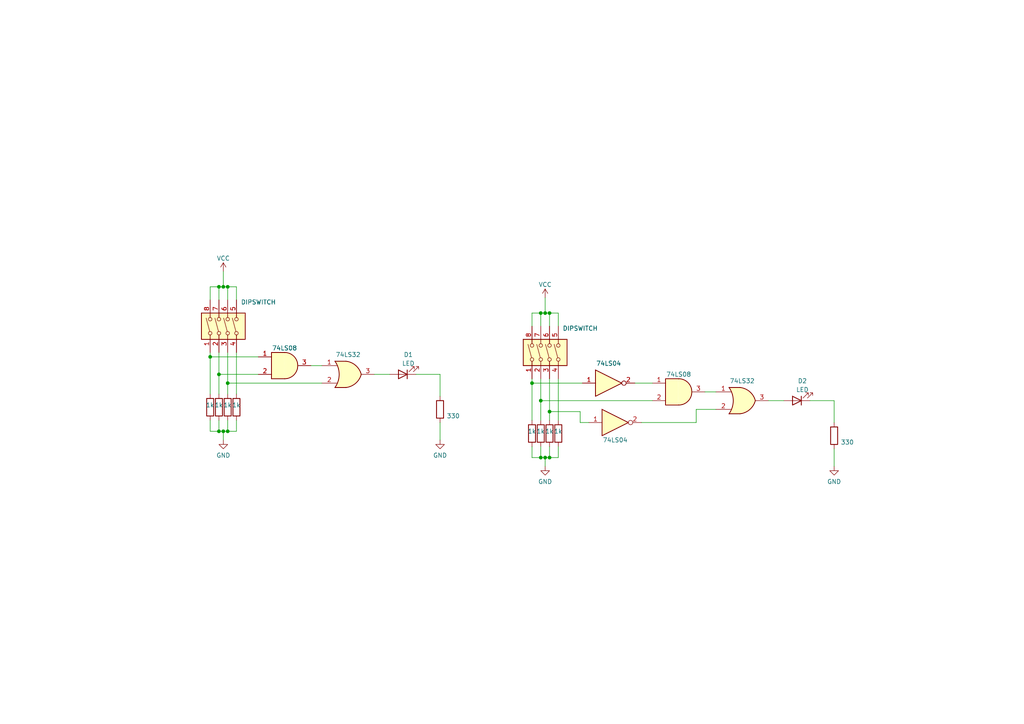
<source format=kicad_sch>
(kicad_sch (version 20230121) (generator eeschema)
  (paper "A4")
  (lib_symbols
    (symbol "74xx:74LS04"
      (property "Reference" "U" (at 0 1.27 0))
      (property "Value" "74LS04" (at 0 -1.27 0))
      (symbol "74LS04_1_0"
        (polyline (pts (xy -3.81 3.81) (xy -3.81 -3.81) (xy 3.81 0) (xy -3.81 3.81)) (stroke (width 0.254)) (fill (type background)))
        (pin input line (at -7.62 0 0) (length 3.81) (name "~") (number "1"))
        (pin output inverted (at 7.62 0 180) (length 3.81) (name "~") (number "2"))
      )
      (symbol "74LS04_2_0"
        (polyline (pts (xy -3.81 3.81) (xy -3.81 -3.81) (xy 3.81 0) (xy -3.81 3.81)) (stroke (width 0.254)) (fill (type background)))
        (pin input line (at -7.62 0 0) (length 3.81) (name "~") (number "3"))
        (pin output inverted (at 7.62 0 180) (length 3.81) (name "~") (number "4"))
      )
      (symbol "74LS04_3_0"
        (polyline (pts (xy -3.81 3.81) (xy -3.81 -3.81) (xy 3.81 0) (xy -3.81 3.81)) (stroke (width 0.254)) (fill (type background)))
        (pin input line (at -7.62 0 0) (length 3.81) (name "~") (number "5"))
        (pin output inverted (at 7.62 0 180) (length 3.81) (name "~") (number "6"))
      )
      (symbol "74LS04_4_0"
        (polyline (pts (xy -3.81 3.81) (xy -3.81 -3.81) (xy 3.81 0) (xy -3.81 3.81)) (stroke (width 0.254)) (fill (type background)))
        (pin output inverted (at 7.62 0 180) (length 3.81) (name "~") (number "8"))
        (pin input line (at -7.62 0 0) (length 3.81) (name "~") (number "9"))
      )
      (symbol "74LS04_5_0"
        (polyline (pts (xy -3.81 3.81) (xy -3.81 -3.81) (xy 3.81 0) (xy -3.81 3.81)) (stroke (width 0.254)) (fill (type background)))
        (pin output inverted (at 7.62 0 180) (length 3.81) (name "~") (number "10"))
        (pin input line (at -7.62 0 0) (length 3.81) (name "~") (number "11"))
      )
      (symbol "74LS04_6_0"
        (polyline (pts (xy -3.81 3.81) (xy -3.81 -3.81) (xy 3.81 0) (xy -3.81 3.81)) (stroke (width 0.254)) (fill (type background)))
        (pin output inverted (at 7.62 0 180) (length 3.81) (name "~") (number "12"))
        (pin input line (at -7.62 0 0) (length 3.81) (name "~") (number "13"))
      )
      (symbol "74LS04_7_0"
        (pin power_in line (at 0 12.7 270) (length 5.08) (name "VCC") (number "14"))
        (pin power_in line (at 0 -12.7 90) (length 5.08) (name "GND") (number "7"))
      )
      (symbol "74LS04_7_1"
        (rectangle (start -5.08 7.62) (end 5.08 -7.62) (stroke (width 0.254)) (fill (type background)))
      )
    )
    (symbol "74xx:74LS08" (pin_names (offset 1.016))
      (property "Reference" "U" (at 0 1.27 0))
      (property "Value" "74LS08" (at 0 -1.27 0))
      (symbol "74LS08_1_1"
        (arc (start 0 -3.81) (mid 3.7934 0) (end 0 3.81) (stroke (width 0.254)) (fill (type background)))
        (polyline (pts (xy 0 3.81) (xy -3.81 3.81) (xy -3.81 -3.81) (xy 0 -3.81)) (stroke (width 0.254)) (fill (type background)))
        (pin input line (at -7.62 2.54 0) (length 3.81) (name "~") (number "1"))
        (pin input line (at -7.62 -2.54 0) (length 3.81) (name "~") (number "2"))
        (pin output line (at 7.62 0 180) (length 3.81) (name "~") (number "3"))
      )
      (symbol "74LS08_1_2"
        (arc (start -3.81 -3.81) (mid -2.589 0) (end -3.81 3.81) (stroke (width 0.254)))
        (arc (start -0.6096 -3.81) (mid 2.1842 -2.5851) (end 3.81 0) (stroke (width 0.254)) (fill (type background)))
        (polyline (pts (xy -3.81 -3.81) (xy -0.635 -3.81)) (stroke (width 0.254)) (fill (type background)))
        (polyline (pts (xy -3.81 3.81) (xy -0.635 3.81)) (stroke (width 0.254)) (fill (type background)))
        (polyline (pts (xy -0.635 3.81) (xy -3.81 3.81) (xy -3.81 3.81) (xy -3.556 3.4036) (xy -3.0226 2.2606) (xy -2.6924 1.0414) (xy -2.6162 -0.254) (xy -2.7686 -1.4986) (xy -3.175 -2.7178) (xy -3.81 -3.81) (xy -3.81 -3.81) (xy -0.635 -3.81)) (stroke (width -25.4)) (fill (type background)))
        (arc (start 3.81 0) (mid 2.1915 2.5936) (end -0.6096 3.81) (stroke (width 0.254)) (fill (type background)))
        (pin input inverted (at -7.62 2.54 0) (length 4.318) (name "~") (number "1"))
        (pin input inverted (at -7.62 -2.54 0) (length 4.318) (name "~") (number "2"))
        (pin output inverted (at 7.62 0 180) (length 3.81) (name "~") (number "3"))
      )
      (symbol "74LS08_2_1"
        (arc (start 0 -3.81) (mid 3.7934 0) (end 0 3.81) (stroke (width 0.254)) (fill (type background)))
        (polyline (pts (xy 0 3.81) (xy -3.81 3.81) (xy -3.81 -3.81) (xy 0 -3.81)) (stroke (width 0.254)) (fill (type background)))
        (pin input line (at -7.62 2.54 0) (length 3.81) (name "~") (number "4"))
        (pin input line (at -7.62 -2.54 0) (length 3.81) (name "~") (number "5"))
        (pin output line (at 7.62 0 180) (length 3.81) (name "~") (number "6"))
      )
      (symbol "74LS08_2_2"
        (arc (start -3.81 -3.81) (mid -2.589 0) (end -3.81 3.81) (stroke (width 0.254)))
        (arc (start -0.6096 -3.81) (mid 2.1842 -2.5851) (end 3.81 0) (stroke (width 0.254)) (fill (type background)))
        (polyline (pts (xy -3.81 -3.81) (xy -0.635 -3.81)) (stroke (width 0.254)) (fill (type background)))
        (polyline (pts (xy -3.81 3.81) (xy -0.635 3.81)) (stroke (width 0.254)) (fill (type background)))
        (polyline (pts (xy -0.635 3.81) (xy -3.81 3.81) (xy -3.81 3.81) (xy -3.556 3.4036) (xy -3.0226 2.2606) (xy -2.6924 1.0414) (xy -2.6162 -0.254) (xy -2.7686 -1.4986) (xy -3.175 -2.7178) (xy -3.81 -3.81) (xy -3.81 -3.81) (xy -0.635 -3.81)) (stroke (width -25.4)) (fill (type background)))
        (arc (start 3.81 0) (mid 2.1915 2.5936) (end -0.6096 3.81) (stroke (width 0.254)) (fill (type background)))
        (pin input inverted (at -7.62 2.54 0) (length 4.318) (name "~") (number "4"))
        (pin input inverted (at -7.62 -2.54 0) (length 4.318) (name "~") (number "5"))
        (pin output inverted (at 7.62 0 180) (length 3.81) (name "~") (number "6"))
      )
      (symbol "74LS08_3_1"
        (arc (start 0 -3.81) (mid 3.7934 0) (end 0 3.81) (stroke (width 0.254)) (fill (type background)))
        (polyline (pts (xy 0 3.81) (xy -3.81 3.81) (xy -3.81 -3.81) (xy 0 -3.81)) (stroke (width 0.254)) (fill (type background)))
        (pin input line (at -7.62 -2.54 0) (length 3.81) (name "~") (number "10"))
        (pin output line (at 7.62 0 180) (length 3.81) (name "~") (number "8"))
        (pin input line (at -7.62 2.54 0) (length 3.81) (name "~") (number "9"))
      )
      (symbol "74LS08_3_2"
        (arc (start -3.81 -3.81) (mid -2.589 0) (end -3.81 3.81) (stroke (width 0.254)))
        (arc (start -0.6096 -3.81) (mid 2.1842 -2.5851) (end 3.81 0) (stroke (width 0.254)) (fill (type background)))
        (polyline (pts (xy -3.81 -3.81) (xy -0.635 -3.81)) (stroke (width 0.254)) (fill (type background)))
        (polyline (pts (xy -3.81 3.81) (xy -0.635 3.81)) (stroke (width 0.254)) (fill (type background)))
        (polyline (pts (xy -0.635 3.81) (xy -3.81 3.81) (xy -3.81 3.81) (xy -3.556 3.4036) (xy -3.0226 2.2606) (xy -2.6924 1.0414) (xy -2.6162 -0.254) (xy -2.7686 -1.4986) (xy -3.175 -2.7178) (xy -3.81 -3.81) (xy -3.81 -3.81) (xy -0.635 -3.81)) (stroke (width -25.4)) (fill (type background)))
        (arc (start 3.81 0) (mid 2.1915 2.5936) (end -0.6096 3.81) (stroke (width 0.254)) (fill (type background)))
        (pin input inverted (at -7.62 -2.54 0) (length 4.318) (name "~") (number "10"))
        (pin output inverted (at 7.62 0 180) (length 3.81) (name "~") (number "8"))
        (pin input inverted (at -7.62 2.54 0) (length 4.318) (name "~") (number "9"))
      )
      (symbol "74LS08_4_1"
        (arc (start 0 -3.81) (mid 3.7934 0) (end 0 3.81) (stroke (width 0.254)) (fill (type background)))
        (polyline (pts (xy 0 3.81) (xy -3.81 3.81) (xy -3.81 -3.81) (xy 0 -3.81)) (stroke (width 0.254)) (fill (type background)))
        (pin output line (at 7.62 0 180) (length 3.81) (name "~") (number "11"))
        (pin input line (at -7.62 2.54 0) (length 3.81) (name "~") (number "12"))
        (pin input line (at -7.62 -2.54 0) (length 3.81) (name "~") (number "13"))
      )
      (symbol "74LS08_4_2"
        (arc (start -3.81 -3.81) (mid -2.589 0) (end -3.81 3.81) (stroke (width 0.254)))
        (arc (start -0.6096 -3.81) (mid 2.1842 -2.5851) (end 3.81 0) (stroke (width 0.254)) (fill (type background)))
        (polyline (pts (xy -3.81 -3.81) (xy -0.635 -3.81)) (stroke (width 0.254)) (fill (type background)))
        (polyline (pts (xy -3.81 3.81) (xy -0.635 3.81)) (stroke (width 0.254)) (fill (type background)))
        (polyline (pts (xy -0.635 3.81) (xy -3.81 3.81) (xy -3.81 3.81) (xy -3.556 3.4036) (xy -3.0226 2.2606) (xy -2.6924 1.0414) (xy -2.6162 -0.254) (xy -2.7686 -1.4986) (xy -3.175 -2.7178) (xy -3.81 -3.81) (xy -3.81 -3.81) (xy -0.635 -3.81)) (stroke (width -25.4)) (fill (type background)))
        (arc (start 3.81 0) (mid 2.1915 2.5936) (end -0.6096 3.81) (stroke (width 0.254)) (fill (type background)))
        (pin output inverted (at 7.62 0 180) (length 3.81) (name "~") (number "11"))
        (pin input inverted (at -7.62 2.54 0) (length 4.318) (name "~") (number "12"))
        (pin input inverted (at -7.62 -2.54 0) (length 4.318) (name "~") (number "13"))
      )
      (symbol "74LS08_5_0"
        (pin power_in line (at 0 12.7 270) (length 5.08) (name "VCC") (number "14"))
        (pin power_in line (at 0 -12.7 90) (length 5.08) (name "GND") (number "7"))
      )
      (symbol "74LS08_5_1"
        (rectangle (start -5.08 7.62) (end 5.08 -7.62) (stroke (width 0.254)) (fill (type background)))
      )
    )
    (symbol "74xx:74LS32" (pin_names (offset 1.016))
      (property "Reference" "U" (at 0 1.27 0))
      (property "Value" "74LS32" (at 0 -1.27 0))
      (symbol "74LS32_1_1"
        (arc (start -3.81 -3.81) (mid -2.589 0) (end -3.81 3.81) (stroke (width 0.254)))
        (arc (start -0.6096 -3.81) (mid 2.1842 -2.5851) (end 3.81 0) (stroke (width 0.254)) (fill (type background)))
        (polyline (pts (xy -3.81 -3.81) (xy -0.635 -3.81)) (stroke (width 0.254)) (fill (type background)))
        (polyline (pts (xy -3.81 3.81) (xy -0.635 3.81)) (stroke (width 0.254)) (fill (type background)))
        (polyline (pts (xy -0.635 3.81) (xy -3.81 3.81) (xy -3.81 3.81) (xy -3.556 3.4036) (xy -3.0226 2.2606) (xy -2.6924 1.0414) (xy -2.6162 -0.254) (xy -2.7686 -1.4986) (xy -3.175 -2.7178) (xy -3.81 -3.81) (xy -3.81 -3.81) (xy -0.635 -3.81)) (stroke (width -25.4)) (fill (type background)))
        (arc (start 3.81 0) (mid 2.1915 2.5936) (end -0.6096 3.81) (stroke (width 0.254)) (fill (type background)))
        (pin input line (at -7.62 2.54 0) (length 4.318) (name "~") (number "1"))
        (pin input line (at -7.62 -2.54 0) (length 4.318) (name "~") (number "2"))
        (pin output line (at 7.62 0 180) (length 3.81) (name "~") (number "3"))
      )
      (symbol "74LS32_1_2"
        (arc (start 0 -3.81) (mid 3.7934 0) (end 0 3.81) (stroke (width 0.254)) (fill (type background)))
        (polyline (pts (xy 0 3.81) (xy -3.81 3.81) (xy -3.81 -3.81) (xy 0 -3.81)) (stroke (width 0.254)) (fill (type background)))
        (pin input inverted (at -7.62 2.54 0) (length 3.81) (name "~") (number "1"))
        (pin input inverted (at -7.62 -2.54 0) (length 3.81) (name "~") (number "2"))
        (pin output inverted (at 7.62 0 180) (length 3.81) (name "~") (number "3"))
      )
      (symbol "74LS32_2_1"
        (arc (start -3.81 -3.81) (mid -2.589 0) (end -3.81 3.81) (stroke (width 0.254)))
        (arc (start -0.6096 -3.81) (mid 2.1842 -2.5851) (end 3.81 0) (stroke (width 0.254)) (fill (type background)))
        (polyline (pts (xy -3.81 -3.81) (xy -0.635 -3.81)) (stroke (width 0.254)) (fill (type background)))
        (polyline (pts (xy -3.81 3.81) (xy -0.635 3.81)) (stroke (width 0.254)) (fill (type background)))
        (polyline (pts (xy -0.635 3.81) (xy -3.81 3.81) (xy -3.81 3.81) (xy -3.556 3.4036) (xy -3.0226 2.2606) (xy -2.6924 1.0414) (xy -2.6162 -0.254) (xy -2.7686 -1.4986) (xy -3.175 -2.7178) (xy -3.81 -3.81) (xy -3.81 -3.81) (xy -0.635 -3.81)) (stroke (width -25.4)) (fill (type background)))
        (arc (start 3.81 0) (mid 2.1915 2.5936) (end -0.6096 3.81) (stroke (width 0.254)) (fill (type background)))
        (pin input line (at -7.62 2.54 0) (length 4.318) (name "~") (number "4"))
        (pin input line (at -7.62 -2.54 0) (length 4.318) (name "~") (number "5"))
        (pin output line (at 7.62 0 180) (length 3.81) (name "~") (number "6"))
      )
      (symbol "74LS32_2_2"
        (arc (start 0 -3.81) (mid 3.7934 0) (end 0 3.81) (stroke (width 0.254)) (fill (type background)))
        (polyline (pts (xy 0 3.81) (xy -3.81 3.81) (xy -3.81 -3.81) (xy 0 -3.81)) (stroke (width 0.254)) (fill (type background)))
        (pin input inverted (at -7.62 2.54 0) (length 3.81) (name "~") (number "4"))
        (pin input inverted (at -7.62 -2.54 0) (length 3.81) (name "~") (number "5"))
        (pin output inverted (at 7.62 0 180) (length 3.81) (name "~") (number "6"))
      )
      (symbol "74LS32_3_1"
        (arc (start -3.81 -3.81) (mid -2.589 0) (end -3.81 3.81) (stroke (width 0.254)))
        (arc (start -0.6096 -3.81) (mid 2.1842 -2.5851) (end 3.81 0) (stroke (width 0.254)) (fill (type background)))
        (polyline (pts (xy -3.81 -3.81) (xy -0.635 -3.81)) (stroke (width 0.254)) (fill (type background)))
        (polyline (pts (xy -3.81 3.81) (xy -0.635 3.81)) (stroke (width 0.254)) (fill (type background)))
        (polyline (pts (xy -0.635 3.81) (xy -3.81 3.81) (xy -3.81 3.81) (xy -3.556 3.4036) (xy -3.0226 2.2606) (xy -2.6924 1.0414) (xy -2.6162 -0.254) (xy -2.7686 -1.4986) (xy -3.175 -2.7178) (xy -3.81 -3.81) (xy -3.81 -3.81) (xy -0.635 -3.81)) (stroke (width -25.4)) (fill (type background)))
        (arc (start 3.81 0) (mid 2.1915 2.5936) (end -0.6096 3.81) (stroke (width 0.254)) (fill (type background)))
        (pin input line (at -7.62 -2.54 0) (length 4.318) (name "~") (number "10"))
        (pin output line (at 7.62 0 180) (length 3.81) (name "~") (number "8"))
        (pin input line (at -7.62 2.54 0) (length 4.318) (name "~") (number "9"))
      )
      (symbol "74LS32_3_2"
        (arc (start 0 -3.81) (mid 3.7934 0) (end 0 3.81) (stroke (width 0.254)) (fill (type background)))
        (polyline (pts (xy 0 3.81) (xy -3.81 3.81) (xy -3.81 -3.81) (xy 0 -3.81)) (stroke (width 0.254)) (fill (type background)))
        (pin input inverted (at -7.62 -2.54 0) (length 3.81) (name "~") (number "10"))
        (pin output inverted (at 7.62 0 180) (length 3.81) (name "~") (number "8"))
        (pin input inverted (at -7.62 2.54 0) (length 3.81) (name "~") (number "9"))
      )
      (symbol "74LS32_4_1"
        (arc (start -3.81 -3.81) (mid -2.589 0) (end -3.81 3.81) (stroke (width 0.254)))
        (arc (start -0.6096 -3.81) (mid 2.1842 -2.5851) (end 3.81 0) (stroke (width 0.254)) (fill (type background)))
        (polyline (pts (xy -3.81 -3.81) (xy -0.635 -3.81)) (stroke (width 0.254)) (fill (type background)))
        (polyline (pts (xy -3.81 3.81) (xy -0.635 3.81)) (stroke (width 0.254)) (fill (type background)))
        (polyline (pts (xy -0.635 3.81) (xy -3.81 3.81) (xy -3.81 3.81) (xy -3.556 3.4036) (xy -3.0226 2.2606) (xy -2.6924 1.0414) (xy -2.6162 -0.254) (xy -2.7686 -1.4986) (xy -3.175 -2.7178) (xy -3.81 -3.81) (xy -3.81 -3.81) (xy -0.635 -3.81)) (stroke (width -25.4)) (fill (type background)))
        (arc (start 3.81 0) (mid 2.1915 2.5936) (end -0.6096 3.81) (stroke (width 0.254)) (fill (type background)))
        (pin output line (at 7.62 0 180) (length 3.81) (name "~") (number "11"))
        (pin input line (at -7.62 2.54 0) (length 4.318) (name "~") (number "12"))
        (pin input line (at -7.62 -2.54 0) (length 4.318) (name "~") (number "13"))
      )
      (symbol "74LS32_4_2"
        (arc (start 0 -3.81) (mid 3.7934 0) (end 0 3.81) (stroke (width 0.254)) (fill (type background)))
        (polyline (pts (xy 0 3.81) (xy -3.81 3.81) (xy -3.81 -3.81) (xy 0 -3.81)) (stroke (width 0.254)) (fill (type background)))
        (pin output inverted (at 7.62 0 180) (length 3.81) (name "~") (number "11"))
        (pin input inverted (at -7.62 2.54 0) (length 3.81) (name "~") (number "12"))
        (pin input inverted (at -7.62 -2.54 0) (length 3.81) (name "~") (number "13"))
      )
      (symbol "74LS32_5_0"
        (pin power_in line (at 0 12.7 270) (length 5.08) (name "VCC") (number "14"))
        (pin power_in line (at 0 -12.7 90) (length 5.08) (name "GND") (number "7"))
      )
      (symbol "74LS32_5_1"
        (rectangle (start -5.08 7.62) (end 5.08 -7.62) (stroke (width 0.254)) (fill (type background)))
      )
    )
    (symbol "Device:LED" (pin_numbers hide) (pin_names (offset 1.016) hide)
      (property "Reference" "D" (at 0 2.54 0))
      (property "Value" "LED" (at 0 -2.54 0))
      (symbol "LED_0_1"
        (polyline (pts (xy -1.27 -1.27) (xy -1.27 1.27)) (stroke (width 0.254)))
        (polyline (pts (xy -1.27 0) (xy 1.27 0)))
        (polyline (pts (xy 1.27 -1.27) (xy 1.27 1.27) (xy -1.27 0) (xy 1.27 -1.27)) (stroke (width 0.254)))
        (polyline (pts (xy -3.048 -0.762) (xy -4.572 -2.286) (xy -3.81 -2.286) (xy -4.572 -2.286) (xy -4.572 -1.524)))
        (polyline (pts (xy -1.778 -0.762) (xy -3.302 -2.286) (xy -2.54 -2.286) (xy -3.302 -2.286) (xy -3.302 -1.524)))
      )
      (symbol "LED_1_1"
        (pin passive line (at -3.81 0 0) (length 2.54) (name "K") (number "1"))
        (pin passive line (at 3.81 0 180) (length 2.54) (name "A") (number "2"))
      )
    )
    (symbol "Device:R" (pin_numbers hide) (pin_names (offset 0))
      (property "Reference" "R" (at 2.032 0 90))
      (property "Value" "R" (at 0 0 90))
      (symbol "R_0_1"
        (rectangle (start -1.016 -2.54) (end 1.016 2.54) (stroke (width 0.254)))
      )
      (symbol "R_1_1"
        (pin passive line (at 0 3.81 270) (length 1.27) (name "~") (number "1"))
        (pin passive line (at 0 -3.81 90) (length 1.27) (name "~") (number "2"))
      )
    )
    (symbol "Switch:SW_DIP_x04" (pin_names (offset 0) hide)
      (property "Reference" "SW" (at 0 8.89 0))
      (property "Value" "SW_DIP_x04" (at 0 -6.35 0))
      (symbol "SW_DIP_x04_0_0"
        (circle (center -2.032 -2.54) (radius 0.508))
        (circle (center -2.032 0) (radius 0.508))
        (circle (center -2.032 2.54) (radius 0.508))
        (circle (center -2.032 5.08) (radius 0.508))
        (polyline (pts (xy -1.524 -2.3876) (xy 2.3622 -1.3462)))
        (polyline (pts (xy -1.524 0.127) (xy 2.3622 1.1684)))
        (polyline (pts (xy -1.524 2.667) (xy 2.3622 3.7084)))
        (polyline (pts (xy -1.524 5.207) (xy 2.3622 6.2484)))
        (circle (center 2.032 -2.54) (radius 0.508))
        (circle (center 2.032 0) (radius 0.508))
        (circle (center 2.032 2.54) (radius 0.508))
        (circle (center 2.032 5.08) (radius 0.508))
      )
      (symbol "SW_DIP_x04_0_1"
        (rectangle (start -3.81 7.62) (end 3.81 -5.08) (stroke (width 0.254)) (fill (type background)))
      )
      (symbol "SW_DIP_x04_1_1"
        (pin passive line (at -7.62 5.08 0) (length 5.08) (name "~") (number "1"))
        (pin passive line (at -7.62 2.54 0) (length 5.08) (name "~") (number "2"))
        (pin passive line (at -7.62 0 0) (length 5.08) (name "~") (number "3"))
        (pin passive line (at -7.62 -2.54 0) (length 5.08) (name "~") (number "4"))
        (pin passive line (at 7.62 -2.54 180) (length 5.08) (name "~") (number "5"))
        (pin passive line (at 7.62 0 180) (length 5.08) (name "~") (number "6"))
        (pin passive line (at 7.62 2.54 180) (length 5.08) (name "~") (number "7"))
        (pin passive line (at 7.62 5.08 180) (length 5.08) (name "~") (number "8"))
      )
    )
    (symbol "power:GND" (power) (pin_names (offset 0))
      (property "Value" "GND" (at 0 -3.81 0))
      (symbol "GND_0_1"
        (polyline (pts (xy 0 0) (xy 0 -1.27) (xy 1.27 -1.27) (xy 0 -2.54) (xy -1.27 -1.27) (xy 0 -1.27)))
      )
      (symbol "GND_1_1"
        (pin power_in line (at 0 0 270) (length 0) hide (name "GND") (number "1"))
      )
    )
    (symbol "power:VCC" (power) (pin_names (offset 0))
      (property "Value" "VCC" (at 0 3.81 0))
      (symbol "VCC_0_1"
        (polyline (pts (xy -0.762 1.27) (xy 0 2.54)))
        (polyline (pts (xy 0 0) (xy 0 2.54)))
        (polyline (pts (xy 0 2.54) (xy 0.762 1.27)))
      )
      (symbol "VCC_1_1"
        (pin power_in line (at 0 0 90) (length 0) hide (name "VCC") (number "1"))
      )
    )
  )
  (junction (at 66.04 111.125))
  (junction (at 63.5 125.095))
  (junction (at 159.385 119.38))
  (junction (at 66.04 125.095))
  (junction (at 60.96 103.505))
  (junction (at 64.77 83.185))
  (junction (at 156.845 132.715))
  (junction (at 63.5 83.185))
  (junction (at 158.115 90.805))
  (junction (at 66.04 83.185))
  (junction (at 156.845 116.205))
  (junction (at 156.845 90.805))
  (junction (at 159.385 90.805))
  (junction (at 159.385 132.715))
  (junction (at 63.5 108.585))
  (junction (at 64.77 125.095))
  (junction (at 154.305 111.125))
  (junction (at 158.115 132.715))
  (wire (pts (xy 156.845 109.855) (xy 156.845 116.205)))
  (wire (pts (xy 159.385 90.805) (xy 161.925 90.805)))
  (wire (pts (xy 156.845 116.205) (xy 189.23 116.205)))
  (wire (pts (xy 201.93 122.555) (xy 201.93 118.745)))
  (wire (pts (xy 156.845 90.805) (xy 156.845 94.615)))
  (wire (pts (xy 60.96 102.235) (xy 60.96 103.505)))
  (wire (pts (xy 68.58 125.095) (xy 68.58 121.92)))
  (wire (pts (xy 63.5 121.92) (xy 63.5 125.095)))
  (wire (pts (xy 66.04 111.125) (xy 93.345 111.125)))
  (wire (pts (xy 60.96 125.095) (xy 63.5 125.095)))
  (wire (pts (xy 154.305 109.855) (xy 154.305 111.125)))
  (wire (pts (xy 63.5 102.235) (xy 63.5 108.585)))
  (wire (pts (xy 154.305 90.805) (xy 156.845 90.805)))
  (wire (pts (xy 241.935 116.205) (xy 234.95 116.205)))
  (wire (pts (xy 127.635 122.555) (xy 127.635 127.635)))
  (wire (pts (xy 241.935 122.555) (xy 241.935 116.205)))
  (wire (pts (xy 90.17 106.045) (xy 93.345 106.045)))
  (wire (pts (xy 66.04 102.235) (xy 66.04 111.125)))
  (wire (pts (xy 156.845 132.715) (xy 158.115 132.715)))
  (wire (pts (xy 159.385 129.54) (xy 159.385 132.715)))
  (wire (pts (xy 64.77 125.095) (xy 66.04 125.095)))
  (wire (pts (xy 68.58 83.185) (xy 68.58 86.995)))
  (wire (pts (xy 60.96 86.995) (xy 60.96 83.185)))
  (wire (pts (xy 156.845 90.805) (xy 158.115 90.805)))
  (wire (pts (xy 159.385 109.855) (xy 159.385 119.38)))
  (wire (pts (xy 63.5 125.095) (xy 64.77 125.095)))
  (wire (pts (xy 64.77 125.095) (xy 64.77 127.635)))
  (wire (pts (xy 63.5 83.185) (xy 64.77 83.185)))
  (wire (pts (xy 66.04 83.185) (xy 66.04 86.995)))
  (wire (pts (xy 159.385 90.805) (xy 159.385 94.615)))
  (wire (pts (xy 63.5 83.185) (xy 63.5 86.995)))
  (wire (pts (xy 66.04 83.185) (xy 68.58 83.185)))
  (wire (pts (xy 66.04 125.095) (xy 68.58 125.095)))
  (wire (pts (xy 161.925 132.715) (xy 161.925 129.54)))
  (wire (pts (xy 154.305 94.615) (xy 154.305 90.805)))
  (wire (pts (xy 127.635 108.585) (xy 120.65 108.585)))
  (wire (pts (xy 204.47 113.665) (xy 207.645 113.665)))
  (wire (pts (xy 168.275 122.555) (xy 168.275 119.38)))
  (wire (pts (xy 66.04 121.92) (xy 66.04 125.095)))
  (wire (pts (xy 159.385 119.38) (xy 159.385 121.92)))
  (wire (pts (xy 222.885 116.205) (xy 227.33 116.205)))
  (wire (pts (xy 241.935 130.175) (xy 241.935 135.255)))
  (wire (pts (xy 154.305 111.125) (xy 168.91 111.125)))
  (wire (pts (xy 60.96 103.505) (xy 60.96 114.3)))
  (wire (pts (xy 68.58 102.235) (xy 68.58 114.3)))
  (wire (pts (xy 127.635 114.935) (xy 127.635 108.585)))
  (wire (pts (xy 154.305 132.715) (xy 156.845 132.715)))
  (wire (pts (xy 60.96 121.92) (xy 60.96 125.095)))
  (wire (pts (xy 60.96 103.505) (xy 74.93 103.505)))
  (wire (pts (xy 158.115 132.715) (xy 159.385 132.715)))
  (wire (pts (xy 159.385 132.715) (xy 161.925 132.715)))
  (wire (pts (xy 63.5 108.585) (xy 74.93 108.585)))
  (wire (pts (xy 60.96 83.185) (xy 63.5 83.185)))
  (wire (pts (xy 63.5 108.585) (xy 63.5 114.3)))
  (wire (pts (xy 168.275 119.38) (xy 159.385 119.38)))
  (wire (pts (xy 154.305 111.125) (xy 154.305 121.92)))
  (wire (pts (xy 161.925 90.805) (xy 161.925 94.615)))
  (wire (pts (xy 201.93 118.745) (xy 207.645 118.745)))
  (wire (pts (xy 64.77 78.74) (xy 64.77 83.185)))
  (wire (pts (xy 158.115 132.715) (xy 158.115 135.255)))
  (wire (pts (xy 156.845 129.54) (xy 156.845 132.715)))
  (wire (pts (xy 186.055 122.555) (xy 201.93 122.555)))
  (wire (pts (xy 170.815 122.555) (xy 168.275 122.555)))
  (wire (pts (xy 66.04 111.125) (xy 66.04 114.3)))
  (wire (pts (xy 158.115 86.36) (xy 158.115 90.805)))
  (wire (pts (xy 108.585 108.585) (xy 113.03 108.585)))
  (wire (pts (xy 154.305 129.54) (xy 154.305 132.715)))
  (wire (pts (xy 158.115 90.805) (xy 159.385 90.805)))
  (wire (pts (xy 161.925 109.855) (xy 161.925 121.92)))
  (wire (pts (xy 156.845 116.205) (xy 156.845 121.92)))
  (wire (pts (xy 64.77 83.185) (xy 66.04 83.185)))
  (wire (pts (xy 184.15 111.125) (xy 189.23 111.125)))
  (symbol (lib_id "74xx:74LS32") (at 215.265 116.205 0) (unit 1)
    (property "Reference" "U5" (effects hide))
    (property "Value" "74LS32" (at 215.265 110.49 0))
    (property "Datasheet" "http://www.ti.com/lit/gpn/sn74LS32" (effects hide))
  )
  (symbol (lib_id "Device:R") (at 60.96 118.11 0) (unit 1)
    (property "Reference" "R1" (effects hide))
    (property "Value" "1k" (at 59.69 117.475 0) (effects (justify left)))
  )
  (symbol (lib_id "power:GND") (at 241.935 135.255 0) (unit 1)
    (property "Reference" "#PWR06" (effects hide))
    (property "Value" "GND" (at 241.935 139.7 0))
  )
  (symbol (lib_id "Device:R") (at 159.385 125.73 0) (unit 1)
    (property "Reference" "R8" (effects hide))
    (property "Value" "1k" (at 158.115 125.095 0) (effects (justify left)))
  )
  (symbol (lib_id "Device:R") (at 156.845 125.73 0) (unit 1)
    (property "Reference" "R7" (effects hide))
    (property "Value" "1k" (at 155.575 125.095 0) (effects (justify left)))
  )
  (symbol (lib_id "74xx:74LS04") (at 176.53 111.125 0) (unit 1)
    (property "Reference" "U3" (effects hide))
    (property "Value" "74LS04" (at 176.53 105.41 0))
    (property "Datasheet" "http://www.ti.com/lit/gpn/sn74LS04" (effects hide))
  )
  (symbol (lib_id "74xx:74LS04") (at 178.435 122.555 0) (unit 1)
    (property "Reference" "U6" (effects hide))
    (property "Value" "74LS04" (at 178.435 127.635 0))
    (property "Datasheet" "http://www.ti.com/lit/gpn/sn74LS04" (effects hide))
  )
  (symbol (lib_id "Device:R") (at 241.935 126.365 0) (unit 1)
    (property "Reference" "R10" (effects hide))
    (property "Value" "330" (at 243.84 128.27 0) (effects (justify left)))
  )
  (symbol (lib_id "Device:R") (at 154.305 125.73 0) (unit 1)
    (property "Reference" "R6" (effects hide))
    (property "Value" "1k" (at 153.035 125.095 0) (effects (justify left)))
  )
  (symbol (lib_id "Device:R") (at 161.925 125.73 0) (unit 1)
    (property "Reference" "R9" (effects hide))
    (property "Value" "1k" (at 160.655 125.095 0) (effects (justify left)))
  )
  (symbol (lib_id "power:VCC") (at 64.77 78.74 0) (unit 1)
    (property "Reference" "#PWR01" (effects hide))
    (property "Value" "VCC" (at 64.77 74.93 0))
  )
  (symbol (lib_id "Device:LED") (at 116.84 108.585 180) (unit 1)
    (property "Reference" "D1" (at 118.4275 102.87 0))
    (property "Value" "LED" (at 118.4275 105.41 0))
  )
  (symbol (lib_id "74xx:74LS32") (at 100.965 108.585 0) (unit 1)
    (property "Reference" "U2" (effects hide))
    (property "Value" "74LS32" (at 100.965 102.87 0))
    (property "Datasheet" "http://www.ti.com/lit/gpn/sn74LS32" (effects hide))
  )
  (symbol (lib_id "Device:R") (at 127.635 118.745 0) (unit 1)
    (property "Reference" "R5" (effects hide))
    (property "Value" "330" (at 129.54 120.65 0) (effects (justify left)))
  )
  (symbol (lib_id "power:VCC") (at 158.115 86.36 0) (unit 1)
    (property "Reference" "#PWR04" (effects hide))
    (property "Value" "VCC" (at 158.115 82.55 0))
  )
  (symbol (lib_id "Device:R") (at 63.5 118.11 0) (unit 1)
    (property "Reference" "R2" (effects hide))
    (property "Value" "1k" (at 62.23 117.475 0) (effects (justify left)))
  )
  (symbol (lib_id "power:GND") (at 64.77 127.635 0) (unit 1)
    (property "Reference" "#PWR02" (effects hide))
    (property "Value" "GND" (at 64.77 132.08 0))
  )
  (symbol (lib_id "Switch:SW_DIP_x04") (at 66.04 94.615 90) (unit 1)
    (property "Reference" "SW1" (effects hide))
    (property "Value" "DIPSWITCH" (at 69.85 87.63 90) (effects (justify right)))
  )
  (symbol (lib_id "power:GND") (at 127.635 127.635 0) (unit 1)
    (property "Reference" "#PWR03" (effects hide))
    (property "Value" "GND" (at 127.635 132.08 0))
  )
  (symbol (lib_id "Device:LED") (at 231.14 116.205 180) (unit 1)
    (property "Reference" "D2" (at 232.7275 110.49 0))
    (property "Value" "LED" (at 232.7275 113.03 0))
  )
  (symbol (lib_id "Switch:SW_DIP_x04") (at 159.385 102.235 90) (unit 1)
    (property "Reference" "SW2" (effects hide))
    (property "Value" "DIPSWITCH" (at 163.195 95.25 90) (effects (justify right)))
  )
  (symbol (lib_id "74xx:74LS08") (at 82.55 106.045 0) (unit 1)
    (property "Reference" "U1" (effects hide))
    (property "Value" "74LS08" (at 82.5417 100.965 0))
    (property "Datasheet" "http://www.ti.com/lit/gpn/sn74LS08" (effects hide))
  )
  (symbol (lib_id "Device:R") (at 66.04 118.11 0) (unit 1)
    (property "Reference" "R3" (effects hide))
    (property "Value" "1k" (at 64.77 117.475 0) (effects (justify left)))
  )
  (symbol (lib_id "74xx:74LS08") (at 196.85 113.665 0) (unit 1)
    (property "Reference" "U4" (effects hide))
    (property "Value" "74LS08" (at 196.8417 108.585 0))
    (property "Datasheet" "http://www.ti.com/lit/gpn/sn74LS08" (effects hide))
  )
  (symbol (lib_id "Device:R") (at 68.58 118.11 0) (unit 1)
    (property "Reference" "R4" (effects hide))
    (property "Value" "1k" (at 67.31 117.475 0) (effects (justify left)))
  )
  (symbol (lib_id "power:GND") (at 158.115 135.255 0) (unit 1)
    (property "Reference" "#PWR05" (effects hide))
    (property "Value" "GND" (at 158.115 139.7 0))
  )
)
</source>
